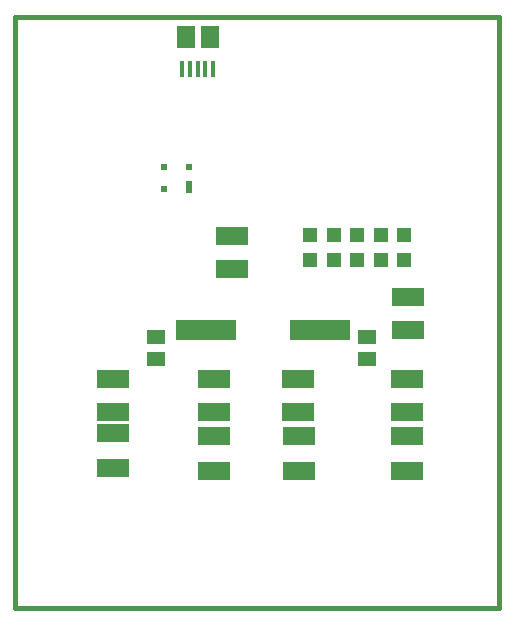
<source format=gtp>
G75*
%MOIN*%
%OFA0B0*%
%FSLAX24Y24*%
%IPPOS*%
%LPD*%
%AMOC8*
5,1,8,0,0,1.08239X$1,22.5*
%
%ADD10C,0.0160*%
%ADD11R,0.1063X0.0591*%
%ADD12R,0.1063X0.0630*%
%ADD13R,0.0472X0.0472*%
%ADD14R,0.0236X0.0394*%
%ADD15R,0.0236X0.0236*%
%ADD16R,0.2000X0.0700*%
%ADD17R,0.0157X0.0531*%
%ADD18R,0.0591X0.0748*%
%ADD19R,0.0591X0.0512*%
D10*
X002254Y004003D02*
X018396Y004003D01*
X018396Y023688D01*
X002254Y023688D01*
X002254Y004003D01*
D11*
X005522Y008668D03*
X005522Y009830D03*
X008907Y009712D03*
X008907Y008550D03*
X011742Y008550D03*
X011742Y009712D03*
X015325Y009712D03*
X015325Y008550D03*
D12*
X015325Y010538D03*
X015325Y011641D03*
X015364Y013255D03*
X015364Y014357D03*
X011703Y011641D03*
X011703Y010538D03*
X008907Y010538D03*
X008907Y011641D03*
X009498Y015302D03*
X009498Y016405D03*
X005522Y011641D03*
X005522Y010538D03*
D13*
X012096Y015597D03*
X012096Y016424D03*
X012884Y016424D03*
X012884Y015597D03*
X013671Y015597D03*
X013671Y016424D03*
X014459Y016424D03*
X014459Y015597D03*
X015246Y015597D03*
X015246Y016424D03*
D14*
X008061Y018038D03*
D15*
X008061Y018708D03*
X007234Y018708D03*
X007234Y017960D03*
D16*
X008622Y013255D03*
X012422Y013255D03*
D17*
X008868Y021966D03*
X008612Y021966D03*
X008356Y021966D03*
X008100Y021966D03*
X007844Y021966D03*
D18*
X007962Y023015D03*
X008750Y023019D03*
D19*
X006978Y013038D03*
X006978Y012290D03*
X013986Y012290D03*
X013986Y013038D03*
M02*

</source>
